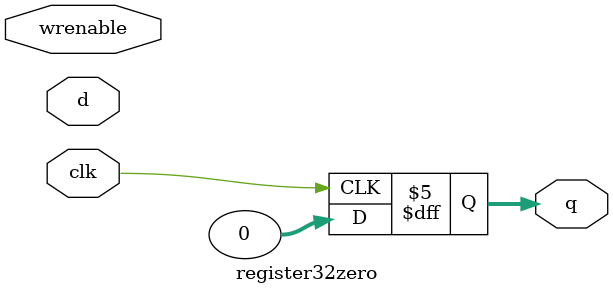
<source format=v>
module register32zero
(
output reg  [31:0]q,
input       [31:0]d,
input       wrenable,
input       clk
);
    always @(posedge clk) begin
        if(wrenable) begin
            q = 0;
        end
        q = 0;

    end
endmodule
</source>
